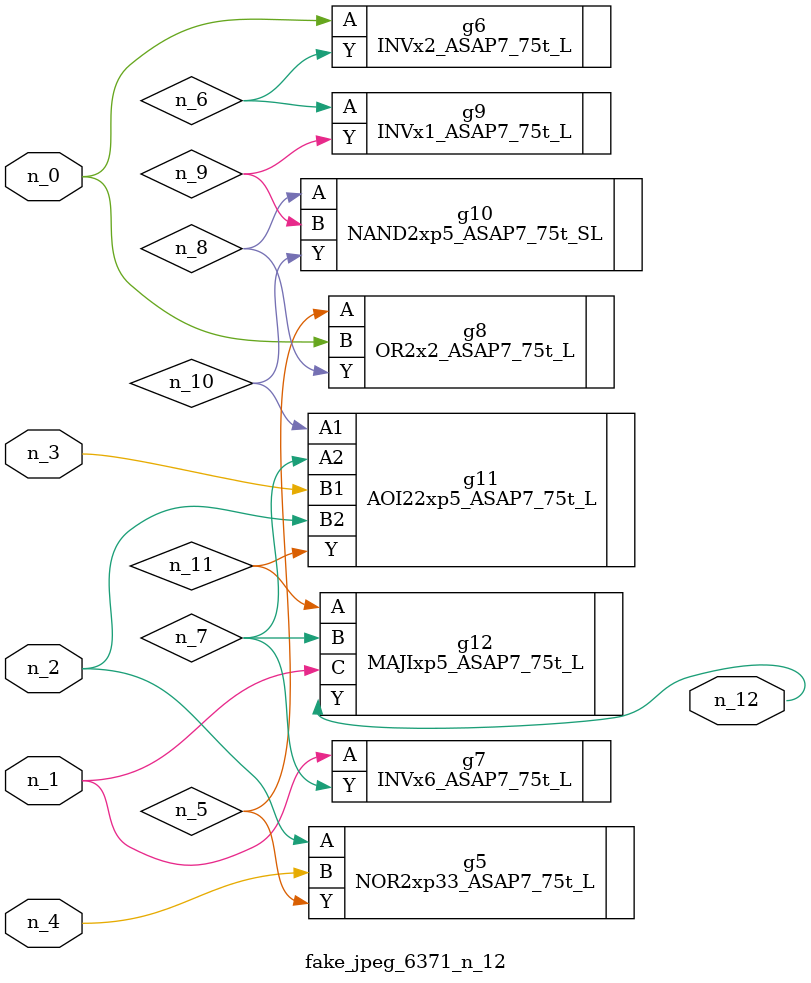
<source format=v>
module fake_jpeg_6371_n_12 (n_3, n_2, n_1, n_0, n_4, n_12);

input n_3;
input n_2;
input n_1;
input n_0;
input n_4;

output n_12;

wire n_11;
wire n_10;
wire n_8;
wire n_9;
wire n_6;
wire n_5;
wire n_7;

NOR2xp33_ASAP7_75t_L g5 ( 
.A(n_2),
.B(n_4),
.Y(n_5)
);

INVx2_ASAP7_75t_L g6 ( 
.A(n_0),
.Y(n_6)
);

INVx6_ASAP7_75t_L g7 ( 
.A(n_1),
.Y(n_7)
);

OR2x2_ASAP7_75t_L g8 ( 
.A(n_5),
.B(n_0),
.Y(n_8)
);

NAND2xp5_ASAP7_75t_SL g10 ( 
.A(n_8),
.B(n_9),
.Y(n_10)
);

INVx1_ASAP7_75t_L g9 ( 
.A(n_6),
.Y(n_9)
);

AOI22xp5_ASAP7_75t_L g11 ( 
.A1(n_10),
.A2(n_7),
.B1(n_3),
.B2(n_2),
.Y(n_11)
);

MAJIxp5_ASAP7_75t_L g12 ( 
.A(n_11),
.B(n_7),
.C(n_1),
.Y(n_12)
);


endmodule
</source>
